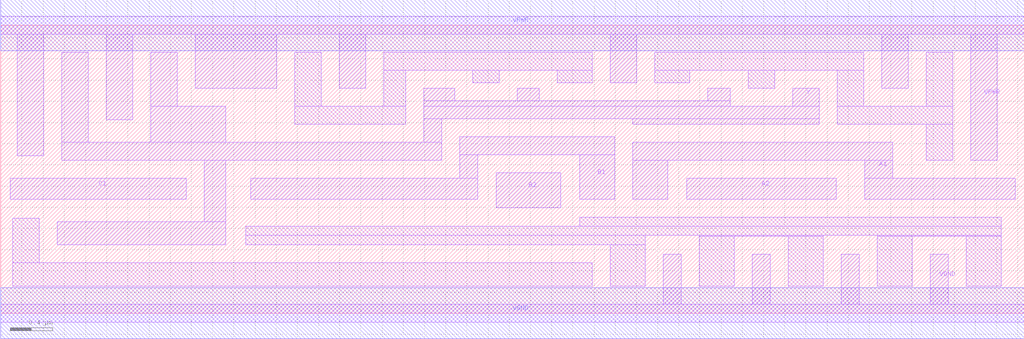
<source format=lef>
# Copyright 2020 The SkyWater PDK Authors
#
# Licensed under the Apache License, Version 2.0 (the "License");
# you may not use this file except in compliance with the License.
# You may obtain a copy of the License at
#
#     https://www.apache.org/licenses/LICENSE-2.0
#
# Unless required by applicable law or agreed to in writing, software
# distributed under the License is distributed on an "AS IS" BASIS,
# WITHOUT WARRANTIES OR CONDITIONS OF ANY KIND, either express or implied.
# See the License for the specific language governing permissions and
# limitations under the License.
#
# SPDX-License-Identifier: Apache-2.0

VERSION 5.5 ;
NAMESCASESENSITIVE ON ;
BUSBITCHARS "[]" ;
DIVIDERCHAR "/" ;
MACRO sky130_fd_sc_hd__o221ai_4
  CLASS CORE ;
  SOURCE USER ;
  ORIGIN  0.000000  0.000000 ;
  SIZE  9.660000 BY  2.720000 ;
  SYMMETRY X Y R90 ;
  SITE unithd ;
  PIN A1
    ANTENNAGATEAREA  0.990000 ;
    DIRECTION INPUT ;
    USE SIGNAL ;
    PORT
      LAYER li1 ;
        RECT 5.965000 1.075000 6.295000 1.445000 ;
        RECT 5.965000 1.445000 8.420000 1.615000 ;
        RECT 8.155000 1.075000 9.575000 1.275000 ;
        RECT 8.155000 1.275000 8.420000 1.445000 ;
    END
  END A1
  PIN A2
    ANTENNAGATEAREA  0.990000 ;
    DIRECTION INPUT ;
    USE SIGNAL ;
    PORT
      LAYER li1 ;
        RECT 6.475000 1.075000 7.885000 1.275000 ;
    END
  END A2
  PIN B1
    ANTENNAGATEAREA  0.990000 ;
    DIRECTION INPUT ;
    USE SIGNAL ;
    PORT
      LAYER li1 ;
        RECT 2.360000 1.075000 4.505000 1.275000 ;
        RECT 4.335000 1.275000 4.505000 1.495000 ;
        RECT 4.335000 1.495000 5.795000 1.665000 ;
        RECT 5.465000 1.075000 5.795000 1.495000 ;
    END
  END B1
  PIN B2
    ANTENNAGATEAREA  0.990000 ;
    DIRECTION INPUT ;
    USE SIGNAL ;
    PORT
      LAYER li1 ;
        RECT 4.675000 0.995000 5.285000 1.325000 ;
    END
  END B2
  PIN C1
    ANTENNAGATEAREA  0.990000 ;
    DIRECTION INPUT ;
    USE SIGNAL ;
    PORT
      LAYER li1 ;
        RECT 0.090000 1.075000 1.750000 1.275000 ;
    END
  END C1
  PIN Y
    ANTENNADIFFAREA  1.971000 ;
    DIRECTION OUTPUT ;
    USE SIGNAL ;
    PORT
      LAYER li1 ;
        RECT 0.535000 0.645000 2.125000 0.865000 ;
        RECT 0.575000 1.445000 4.165000 1.615000 ;
        RECT 0.575000 1.615000 0.825000 2.465000 ;
        RECT 1.415000 1.615000 2.125000 1.955000 ;
        RECT 1.415000 1.955000 1.665000 2.465000 ;
        RECT 1.920000 0.865000 2.125000 1.445000 ;
        RECT 3.995000 1.615000 4.165000 1.835000 ;
        RECT 3.995000 1.835000 7.725000 1.955000 ;
        RECT 3.995000 1.955000 6.885000 2.005000 ;
        RECT 3.995000 2.005000 4.285000 2.125000 ;
        RECT 4.875000 2.005000 5.085000 2.125000 ;
        RECT 5.965000 1.785000 7.725000 1.835000 ;
        RECT 6.675000 2.005000 6.885000 2.125000 ;
        RECT 7.475000 1.955000 7.725000 2.125000 ;
    END
  END Y
  PIN VGND
    DIRECTION INOUT ;
    SHAPE ABUTMENT ;
    USE GROUND ;
    PORT
      LAYER li1 ;
        RECT 0.000000 -0.085000 9.660000 0.085000 ;
        RECT 6.255000  0.085000 6.425000 0.555000 ;
        RECT 7.095000  0.085000 7.265000 0.555000 ;
        RECT 7.935000  0.085000 8.105000 0.555000 ;
        RECT 8.775000  0.085000 8.945000 0.555000 ;
    END
    PORT
      LAYER met1 ;
        RECT 0.000000 -0.240000 9.660000 0.240000 ;
    END
  END VGND
  PIN VNB
    DIRECTION INOUT ;
    USE GROUND ;
    PORT
    END
  END VNB
  PIN VPB
    DIRECTION INOUT ;
    USE POWER ;
    PORT
    END
  END VPB
  PIN VPWR
    DIRECTION INOUT ;
    SHAPE ABUTMENT ;
    USE POWER ;
    PORT
      LAYER li1 ;
        RECT 0.000000 2.635000 9.660000 2.805000 ;
        RECT 0.155000 1.485000 0.405000 2.635000 ;
        RECT 0.995000 1.825000 1.245000 2.635000 ;
        RECT 1.835000 2.125000 2.605000 2.635000 ;
        RECT 3.195000 2.125000 3.445000 2.635000 ;
        RECT 5.755000 2.175000 6.005000 2.635000 ;
        RECT 8.315000 2.125000 8.565000 2.635000 ;
        RECT 9.155000 1.445000 9.405000 2.635000 ;
    END
    PORT
      LAYER met1 ;
        RECT 0.000000 2.480000 9.660000 2.960000 ;
    END
  END VPWR
  OBS
    LAYER li1 ;
      RECT 0.115000 0.255000 5.585000 0.475000 ;
      RECT 0.115000 0.475000 0.365000 0.895000 ;
      RECT 2.315000 0.645000 6.085000 0.735000 ;
      RECT 2.315000 0.735000 9.445000 0.820000 ;
      RECT 2.775000 1.785000 3.825000 1.955000 ;
      RECT 2.775000 1.955000 3.025000 2.465000 ;
      RECT 3.615000 1.955000 3.825000 2.295000 ;
      RECT 3.615000 2.295000 5.585000 2.465000 ;
      RECT 4.455000 2.175000 4.705000 2.295000 ;
      RECT 5.255000 2.175000 5.585000 2.295000 ;
      RECT 5.465000 0.820000 9.445000 0.905000 ;
      RECT 5.755000 0.255000 6.085000 0.645000 ;
      RECT 6.175000 2.175000 6.505000 2.295000 ;
      RECT 6.175000 2.295000 8.145000 2.465000 ;
      RECT 6.595000 0.255000 6.925000 0.725000 ;
      RECT 6.595000 0.725000 7.765000 0.735000 ;
      RECT 7.055000 2.125000 7.305000 2.295000 ;
      RECT 7.435000 0.255000 7.765000 0.725000 ;
      RECT 7.895000 1.785000 8.985000 1.955000 ;
      RECT 7.895000 1.955000 8.145000 2.295000 ;
      RECT 8.275000 0.255000 8.605000 0.725000 ;
      RECT 8.275000 0.725000 9.445000 0.735000 ;
      RECT 8.735000 1.445000 8.985000 1.785000 ;
      RECT 8.735000 1.955000 8.985000 2.465000 ;
      RECT 9.115000 0.255000 9.445000 0.725000 ;
  END
END sky130_fd_sc_hd__o221ai_4
END LIBRARY

</source>
